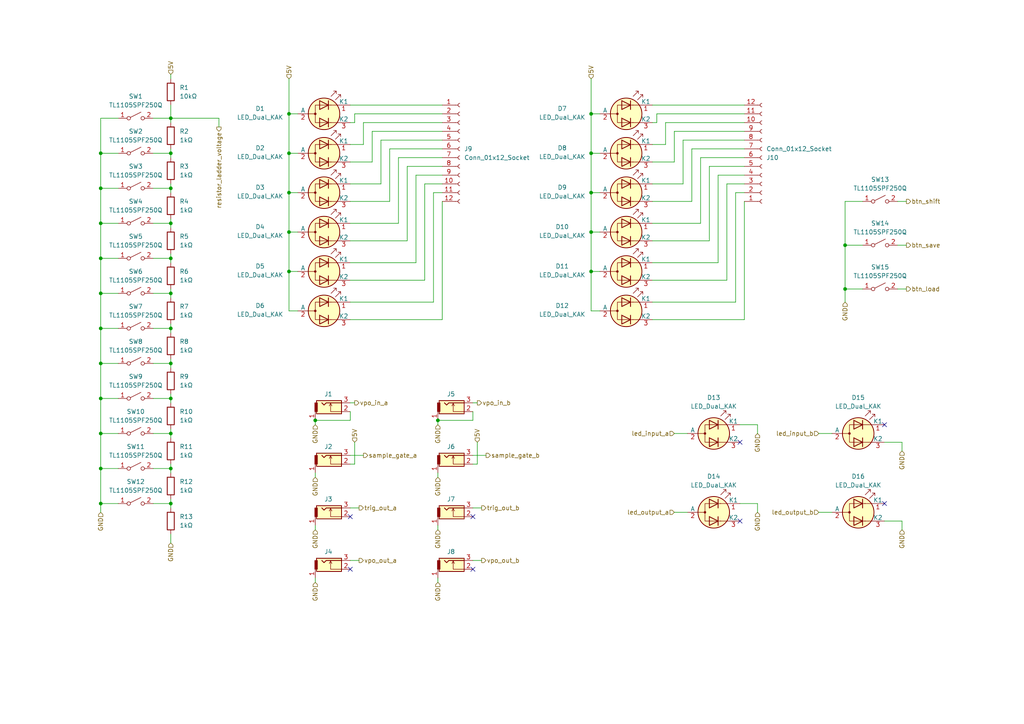
<source format=kicad_sch>
(kicad_sch (version 20231120) (generator "eeschema") (generator_version "8.0")
  (paper "A4")
  (title_block (title "Quantizer") (date "2024-12-18") (rev "v0.1") (company "Free Modular"))
  (lib_symbols
    (symbol "Connector:Conn_01x12_Socket" (pin_names (offset 1.016) hide)
      (property "Reference" "J" (at 0 15.24 0))
      (property "Value" "Conn_01x12_Socket" (at 0 -17.78 0))
      (symbol "Conn_01x12_Socket_1_1"
        (arc (start 0 -14.732) (mid -0.5058 -15.24) (end 0 -15.748) (stroke (width 0.1524)))
        (arc (start 0 -12.192) (mid -0.5058 -12.7) (end 0 -13.208) (stroke (width 0.1524)))
        (arc (start 0 -9.652) (mid -0.5058 -10.16) (end 0 -10.668) (stroke (width 0.1524)))
        (arc (start 0 -7.112) (mid -0.5058 -7.62) (end 0 -8.128) (stroke (width 0.1524)))
        (arc (start 0 -4.572) (mid -0.5058 -5.08) (end 0 -5.588) (stroke (width 0.1524)))
        (arc (start 0 -2.032) (mid -0.5058 -2.54) (end 0 -3.048) (stroke (width 0.1524)))
        (polyline (pts (xy -1.27 -15.24) (xy -0.508 -15.24)) (stroke (width 0.1524)))
        (polyline (pts (xy -1.27 -12.7) (xy -0.508 -12.7)) (stroke (width 0.1524)))
        (polyline (pts (xy -1.27 -10.16) (xy -0.508 -10.16)) (stroke (width 0.1524)))
        (polyline (pts (xy -1.27 -7.62) (xy -0.508 -7.62)) (stroke (width 0.1524)))
        (polyline (pts (xy -1.27 -5.08) (xy -0.508 -5.08)) (stroke (width 0.1524)))
        (polyline (pts (xy -1.27 -2.54) (xy -0.508 -2.54)) (stroke (width 0.1524)))
        (polyline (pts (xy -1.27 0) (xy -0.508 0)) (stroke (width 0.1524)))
        (polyline (pts (xy -1.27 2.54) (xy -0.508 2.54)) (stroke (width 0.1524)))
        (polyline (pts (xy -1.27 5.08) (xy -0.508 5.08)) (stroke (width 0.1524)))
        (polyline (pts (xy -1.27 7.62) (xy -0.508 7.62)) (stroke (width 0.1524)))
        (polyline (pts (xy -1.27 10.16) (xy -0.508 10.16)) (stroke (width 0.1524)))
        (polyline (pts (xy -1.27 12.7) (xy -0.508 12.7)) (stroke (width 0.1524)))
        (arc (start 0 0.508) (mid -0.5058 0) (end 0 -0.508) (stroke (width 0.1524)))
        (arc (start 0 3.048) (mid -0.5058 2.54) (end 0 2.032) (stroke (width 0.1524)))
        (arc (start 0 5.588) (mid -0.5058 5.08) (end 0 4.572) (stroke (width 0.1524)))
        (arc (start 0 8.128) (mid -0.5058 7.62) (end 0 7.112) (stroke (width 0.1524)))
        (arc (start 0 10.668) (mid -0.5058 10.16) (end 0 9.652) (stroke (width 0.1524)))
        (arc (start 0 13.208) (mid -0.5058 12.7) (end 0 12.192) (stroke (width 0.1524)))
        (pin passive line (at -5.08 12.7 0) (length 3.81) (name "Pin_1") (number "1"))
        (pin passive line (at -5.08 -10.16 0) (length 3.81) (name "Pin_10") (number "10"))
        (pin passive line (at -5.08 -12.7 0) (length 3.81) (name "Pin_11") (number "11"))
        (pin passive line (at -5.08 -15.24 0) (length 3.81) (name "Pin_12") (number "12"))
        (pin passive line (at -5.08 10.16 0) (length 3.81) (name "Pin_2") (number "2"))
        (pin passive line (at -5.08 7.62 0) (length 3.81) (name "Pin_3") (number "3"))
        (pin passive line (at -5.08 5.08 0) (length 3.81) (name "Pin_4") (number "4"))
        (pin passive line (at -5.08 2.54 0) (length 3.81) (name "Pin_5") (number "5"))
        (pin passive line (at -5.08 0 0) (length 3.81) (name "Pin_6") (number "6"))
        (pin passive line (at -5.08 -2.54 0) (length 3.81) (name "Pin_7") (number "7"))
        (pin passive line (at -5.08 -5.08 0) (length 3.81) (name "Pin_8") (number "8"))
        (pin passive line (at -5.08 -7.62 0) (length 3.81) (name "Pin_9") (number "9"))
      )
    )
    (symbol "Device:LED_Dual_KAK" (pin_names (offset 0))
      (property "Reference" "D" (at 0 5.715 0))
      (property "Value" "LED_Dual_KAK" (at 0 -6.35 0))
      (symbol "LED_Dual_KAK_0_1"
        (circle (center -2.54 0) (radius 0.2794) (fill (type outline)))
        (polyline (pts (xy -4.572 0) (xy -2.54 0)))
        (polyline (pts (xy 1.27 -1.27) (xy 1.27 -3.81)) (stroke (width 0.254)))
        (polyline (pts (xy 1.27 3.81) (xy 1.27 1.27)) (stroke (width 0.254)))
        (polyline (pts (xy 3.81 -2.54) (xy 1.905 -2.54)))
        (polyline (pts (xy 3.81 2.54) (xy 1.905 2.54)))
        (polyline (pts (xy -1.27 -1.27) (xy -1.27 -3.81) (xy 1.27 -2.54) (xy -1.27 -1.27)) (stroke (width 0.254)))
        (polyline (pts (xy -1.27 3.81) (xy -1.27 1.27) (xy 1.27 2.54) (xy -1.27 3.81)) (stroke (width 0.254)))
        (polyline (pts (xy 2.032 2.54) (xy -2.54 2.54) (xy -2.54 -2.54) (xy 2.032 -2.54)))
        (polyline (pts (xy 2.032 5.08) (xy 3.556 6.604) (xy 2.794 6.604) (xy 3.556 6.604) (xy 3.556 5.842)))
        (polyline (pts (xy 3.302 4.064) (xy 4.826 5.588) (xy 4.064 5.588) (xy 4.826 5.588) (xy 4.826 4.826)))
        (circle (center 0 0) (radius 4.572) (stroke (width 0.254)) (fill (type background)))
      )
      (symbol "LED_Dual_KAK_1_1"
        (pin input line (at 7.62 2.54 180) (length 3.81) (name "K1") (number "1"))
        (pin input line (at -7.62 0 0) (length 3.048) (name "A") (number "2"))
        (pin input line (at 7.62 -2.54 180) (length 3.81) (name "K2") (number "3"))
      )
    )
    (symbol "Device:R" (pin_numbers hide) (pin_names (offset 0))
      (property "Reference" "R" (at 2.032 0 90))
      (property "Value" "R" (at 0 0 90))
      (symbol "R_0_1"
        (rectangle (start -1.016 -2.54) (end 1.016 2.54) (stroke (width 0.254)))
      )
      (symbol "R_1_1"
        (pin passive line (at 0 3.81 270) (length 1.27) (name "~") (number "1"))
        (pin passive line (at 0 -3.81 90) (length 1.27) (name "~") (number "2"))
      )
    )
    (symbol "FreeModular:THONKICONN" (pin_names (offset 1.016))
      (property "Reference" "J" (at -1.27 4.445 0))
      (symbol "THONKICONN_0_1"
        (rectangle (start -4.699 3.175) (end 2.54 -0.635) (stroke (width 0.254)) (fill (type background)))
        (rectangle (start -4.445 0) (end -5.207 2.54) (fill (type outline)))
        (polyline (pts (xy -0.635 2.413) (xy -0.254 1.651)))
        (polyline (pts (xy 2.54 0) (xy -0.635 0) (xy -0.635 2.413) (xy -1.016 1.651)))
        (polyline (pts (xy 2.54 2.54) (xy -1.905 2.54) (xy -2.54 1.905) (xy -3.175 2.54)) (stroke (width 0.254)))
      )
      (symbol "THONKICONN_1_1"
        (pin passive line (at -5.08 -2.54 90) (length 2.54) (name "~") (number "1"))
        (pin passive line (at 5.08 0 180) (length 2.54) (name "~") (number "2"))
        (pin passive line (at 5.08 2.54 180) (length 2.54) (name "~") (number "3"))
      )
    )
    (symbol "Switch:SW_SPST" (pin_names (offset 0) hide)
      (property "Reference" "SW" (at 0 3.175 0))
      (property "Value" "SW_SPST" (at 0 -2.54 0))
      (symbol "SW_SPST_0_0"
        (circle (center -2.032 0) (radius 0.508))
        (polyline (pts (xy -1.524 0.254) (xy 1.524 1.778)))
        (circle (center 2.032 0) (radius 0.508))
      )
      (symbol "SW_SPST_1_1"
        (pin passive line (at -5.08 0 0) (length 2.54) (name "A") (number "1"))
        (pin passive line (at 5.08 0 180) (length 2.54) (name "B") (number "2"))
      )
    )
  )
  (junction (at 127 121.92))
  (junction (at 245.11 83.82))
  (junction (at 83.82 78.74))
  (junction (at 245.11 71.12))
  (junction (at 29.21 135.89))
  (junction (at 49.53 85.09))
  (junction (at 29.21 54.61))
  (junction (at 29.21 115.57))
  (junction (at 49.53 135.89))
  (junction (at 83.82 55.88))
  (junction (at 171.45 67.31))
  (junction (at 83.82 44.45))
  (junction (at 49.53 115.57))
  (junction (at 49.53 95.25))
  (junction (at 83.82 33.02))
  (junction (at 29.21 95.25))
  (junction (at 171.45 78.74))
  (junction (at 171.45 33.02))
  (junction (at 171.45 55.88))
  (junction (at 49.53 54.61))
  (junction (at 49.53 125.73))
  (junction (at 49.53 64.77))
  (junction (at 49.53 34.29))
  (junction (at 49.53 146.05))
  (junction (at 49.53 74.93))
  (junction (at 29.21 64.77))
  (junction (at 29.21 125.73))
  (junction (at 83.82 67.31))
  (junction (at 91.44 121.92))
  (junction (at 29.21 74.93))
  (junction (at 29.21 105.41))
  (junction (at 29.21 44.45))
  (junction (at 49.53 105.41))
  (junction (at 29.21 85.09))
  (junction (at 49.53 44.45))
  (junction (at 171.45 44.45))
  (junction (at 29.21 146.05))
  (no_connect (at 256.54 123.19))
  (no_connect (at 137.16 149.86))
  (no_connect (at 137.16 165.1))
  (no_connect (at 214.63 151.13))
  (no_connect (at 101.6 165.1))
  (no_connect (at 101.6 149.86))
  (no_connect (at 256.54 146.05))
  (no_connect (at 214.63 128.27))
  (wire (pts (xy 83.82 33.02) (xy 83.82 44.45)))
  (wire (pts (xy 215.9 92.71) (xy 215.9 58.42)))
  (wire (pts (xy 91.44 121.92) (xy 91.44 123.19)))
  (wire (pts (xy 214.63 123.19) (xy 219.71 123.19)))
  (wire (pts (xy 86.36 44.45) (xy 83.82 44.45)))
  (wire (pts (xy 49.53 93.98) (xy 49.53 95.25)))
  (wire (pts (xy 245.11 83.82) (xy 245.11 71.12)))
  (wire (pts (xy 49.53 115.57) (xy 44.45 115.57)))
  (wire (pts (xy 107.95 46.99) (xy 101.6 46.99)))
  (wire (pts (xy 208.28 50.8) (xy 215.9 50.8)))
  (wire (pts (xy 49.53 104.14) (xy 49.53 105.41)))
  (wire (pts (xy 49.53 54.61) (xy 49.53 55.88)))
  (wire (pts (xy 193.04 35.56) (xy 215.9 35.56)))
  (wire (pts (xy 104.14 162.56) (xy 101.6 162.56)))
  (wire (pts (xy 49.53 105.41) (xy 44.45 105.41)))
  (wire (pts (xy 120.65 50.8) (xy 128.27 50.8)))
  (wire (pts (xy 219.71 146.05) (xy 219.71 148.59)))
  (wire (pts (xy 86.36 90.17) (xy 83.82 90.17)))
  (wire (pts (xy 29.21 115.57) (xy 29.21 125.73)))
  (wire (pts (xy 29.21 105.41) (xy 34.29 105.41)))
  (wire (pts (xy 29.21 95.25) (xy 34.29 95.25)))
  (wire (pts (xy 29.21 54.61) (xy 34.29 54.61)))
  (wire (pts (xy 171.45 22.86) (xy 171.45 33.02)))
  (wire (pts (xy 125.73 87.63) (xy 101.6 87.63)))
  (wire (pts (xy 29.21 64.77) (xy 34.29 64.77)))
  (wire (pts (xy 101.6 69.85) (xy 118.11 69.85)))
  (wire (pts (xy 256.54 151.13) (xy 261.62 151.13)))
  (wire (pts (xy 29.21 74.93) (xy 34.29 74.93)))
  (wire (pts (xy 101.6 76.2) (xy 120.65 76.2)))
  (wire (pts (xy 261.62 151.13) (xy 261.62 153.67)))
  (wire (pts (xy 49.53 35.56) (xy 49.53 34.29)))
  (wire (pts (xy 195.58 46.99) (xy 189.23 46.99)))
  (wire (pts (xy 127 152.4) (xy 127 153.67)))
  (wire (pts (xy 49.53 44.45) (xy 44.45 44.45)))
  (wire (pts (xy 171.45 78.74) (xy 171.45 90.17)))
  (wire (pts (xy 29.21 34.29) (xy 29.21 44.45)))
  (wire (pts (xy 215.9 38.1) (xy 195.58 38.1)))
  (wire (pts (xy 91.44 152.4) (xy 91.44 153.67)))
  (wire (pts (xy 190.5 33.02) (xy 190.5 35.56)))
  (wire (pts (xy 195.58 125.73) (xy 199.39 125.73)))
  (wire (pts (xy 49.53 74.93) (xy 44.45 74.93)))
  (wire (pts (xy 101.6 41.91) (xy 105.41 41.91)))
  (wire (pts (xy 115.57 45.72) (xy 115.57 64.77)))
  (wire (pts (xy 189.23 53.34) (xy 198.12 53.34)))
  (wire (pts (xy 110.49 40.64) (xy 128.27 40.64)))
  (wire (pts (xy 138.43 128.27) (xy 138.43 134.62)))
  (wire (pts (xy 128.27 55.88) (xy 125.73 55.88)))
  (wire (pts (xy 49.53 144.78) (xy 49.53 146.05)))
  (wire (pts (xy 189.23 92.71) (xy 215.9 92.71)))
  (wire (pts (xy 49.53 30.48) (xy 49.53 34.29)))
  (wire (pts (xy 260.35 71.12) (xy 262.89 71.12)))
  (wire (pts (xy 49.53 154.94) (xy 49.53 157.48)))
  (wire (pts (xy 83.82 55.88) (xy 83.82 67.31)))
  (wire (pts (xy 49.53 146.05) (xy 49.53 147.32)))
  (wire (pts (xy 245.11 58.42) (xy 250.19 58.42)))
  (wire (pts (xy 215.9 45.72) (xy 203.2 45.72)))
  (wire (pts (xy 190.5 35.56) (xy 189.23 35.56)))
  (wire (pts (xy 215.9 53.34) (xy 210.82 53.34)))
  (wire (pts (xy 139.7 162.56) (xy 137.16 162.56)))
  (wire (pts (xy 128.27 43.18) (xy 113.03 43.18)))
  (wire (pts (xy 245.11 71.12) (xy 245.11 58.42)))
  (wire (pts (xy 105.41 132.08) (xy 101.6 132.08)))
  (wire (pts (xy 139.7 147.32) (xy 137.16 147.32)))
  (wire (pts (xy 29.21 115.57) (xy 34.29 115.57)))
  (wire (pts (xy 86.36 67.31) (xy 83.82 67.31)))
  (wire (pts (xy 128.27 33.02) (xy 102.87 33.02)))
  (wire (pts (xy 29.21 146.05) (xy 34.29 146.05)))
  (wire (pts (xy 215.9 43.18) (xy 200.66 43.18)))
  (wire (pts (xy 189.23 41.91) (xy 193.04 41.91)))
  (wire (pts (xy 138.43 116.84) (xy 137.16 116.84)))
  (wire (pts (xy 101.6 53.34) (xy 110.49 53.34)))
  (wire (pts (xy 102.87 35.56) (xy 101.6 35.56)))
  (wire (pts (xy 127 121.92) (xy 127 123.19)))
  (wire (pts (xy 101.6 30.48) (xy 128.27 30.48)))
  (wire (pts (xy 214.63 146.05) (xy 219.71 146.05)))
  (wire (pts (xy 49.53 44.45) (xy 49.53 45.72)))
  (wire (pts (xy 49.53 125.73) (xy 44.45 125.73)))
  (wire (pts (xy 189.23 30.48) (xy 215.9 30.48)))
  (wire (pts (xy 49.53 73.66) (xy 49.53 74.93)))
  (wire (pts (xy 101.6 134.62) (xy 102.87 134.62)))
  (wire (pts (xy 49.53 125.73) (xy 49.53 127)))
  (wire (pts (xy 86.36 78.74) (xy 83.82 78.74)))
  (wire (pts (xy 173.99 33.02) (xy 171.45 33.02)))
  (wire (pts (xy 173.99 44.45) (xy 171.45 44.45)))
  (wire (pts (xy 83.82 78.74) (xy 83.82 90.17)))
  (wire (pts (xy 110.49 53.34) (xy 110.49 40.64)))
  (wire (pts (xy 260.35 58.42) (xy 262.89 58.42)))
  (wire (pts (xy 105.41 35.56) (xy 128.27 35.56)))
  (wire (pts (xy 213.36 55.88) (xy 213.36 87.63)))
  (wire (pts (xy 49.53 64.77) (xy 49.53 66.04)))
  (wire (pts (xy 49.53 134.62) (xy 49.53 135.89)))
  (wire (pts (xy 210.82 53.34) (xy 210.82 81.28)))
  (wire (pts (xy 49.53 53.34) (xy 49.53 54.61)))
  (wire (pts (xy 29.21 135.89) (xy 29.21 146.05)))
  (wire (pts (xy 49.53 63.5) (xy 49.53 64.77)))
  (wire (pts (xy 104.14 147.32) (xy 101.6 147.32)))
  (wire (pts (xy 113.03 43.18) (xy 113.03 58.42)))
  (wire (pts (xy 171.45 67.31) (xy 171.45 78.74)))
  (wire (pts (xy 118.11 48.26) (xy 128.27 48.26)))
  (wire (pts (xy 200.66 58.42) (xy 189.23 58.42)))
  (wire (pts (xy 102.87 116.84) (xy 101.6 116.84)))
  (wire (pts (xy 49.53 95.25) (xy 44.45 95.25)))
  (wire (pts (xy 127 167.64) (xy 127 168.91)))
  (wire (pts (xy 29.21 85.09) (xy 29.21 95.25)))
  (wire (pts (xy 189.23 76.2) (xy 208.28 76.2)))
  (wire (pts (xy 205.74 69.85) (xy 205.74 48.26)))
  (wire (pts (xy 128.27 92.71) (xy 128.27 58.42)))
  (wire (pts (xy 210.82 81.28) (xy 189.23 81.28)))
  (wire (pts (xy 250.19 83.82) (xy 245.11 83.82)))
  (wire (pts (xy 219.71 123.19) (xy 219.71 125.73)))
  (wire (pts (xy 86.36 55.88) (xy 83.82 55.88)))
  (wire (pts (xy 137.16 119.38) (xy 137.16 121.92)))
  (wire (pts (xy 63.5 34.29) (xy 49.53 34.29)))
  (wire (pts (xy 245.11 83.82) (xy 245.11 87.63)))
  (wire (pts (xy 49.53 64.77) (xy 44.45 64.77)))
  (wire (pts (xy 86.36 33.02) (xy 83.82 33.02)))
  (wire (pts (xy 215.9 55.88) (xy 213.36 55.88)))
  (wire (pts (xy 63.5 36.83) (xy 63.5 34.29)))
  (wire (pts (xy 44.45 34.29) (xy 49.53 34.29)))
  (wire (pts (xy 260.35 83.82) (xy 262.89 83.82)))
  (wire (pts (xy 261.62 128.27) (xy 261.62 130.81)))
  (wire (pts (xy 49.53 85.09) (xy 44.45 85.09)))
  (wire (pts (xy 137.16 134.62) (xy 138.43 134.62)))
  (wire (pts (xy 49.53 124.46) (xy 49.53 125.73)))
  (wire (pts (xy 213.36 87.63) (xy 189.23 87.63)))
  (wire (pts (xy 127 137.16) (xy 127 138.43)))
  (wire (pts (xy 245.11 71.12) (xy 250.19 71.12)))
  (wire (pts (xy 83.82 44.45) (xy 83.82 55.88)))
  (wire (pts (xy 200.66 43.18) (xy 200.66 58.42)))
  (wire (pts (xy 140.97 132.08) (xy 137.16 132.08)))
  (wire (pts (xy 137.16 121.92) (xy 127 121.92)))
  (wire (pts (xy 29.21 125.73) (xy 29.21 135.89)))
  (wire (pts (xy 215.9 33.02) (xy 190.5 33.02)))
  (wire (pts (xy 49.53 54.61) (xy 44.45 54.61)))
  (wire (pts (xy 29.21 54.61) (xy 29.21 64.77)))
  (wire (pts (xy 29.21 135.89) (xy 34.29 135.89)))
  (wire (pts (xy 49.53 135.89) (xy 49.53 137.16)))
  (wire (pts (xy 128.27 45.72) (xy 115.57 45.72)))
  (wire (pts (xy 29.21 44.45) (xy 34.29 44.45)))
  (wire (pts (xy 237.49 125.73) (xy 241.3 125.73)))
  (wire (pts (xy 101.6 121.92) (xy 91.44 121.92)))
  (wire (pts (xy 29.21 95.25) (xy 29.21 105.41)))
  (wire (pts (xy 203.2 64.77) (xy 189.23 64.77)))
  (wire (pts (xy 29.21 44.45) (xy 29.21 54.61)))
  (wire (pts (xy 29.21 74.93) (xy 29.21 85.09)))
  (wire (pts (xy 49.53 43.18) (xy 49.53 44.45)))
  (wire (pts (xy 171.45 33.02) (xy 171.45 44.45)))
  (wire (pts (xy 49.53 95.25) (xy 49.53 96.52)))
  (wire (pts (xy 173.99 67.31) (xy 171.45 67.31)))
  (wire (pts (xy 195.58 38.1) (xy 195.58 46.99)))
  (wire (pts (xy 49.53 74.93) (xy 49.53 76.2)))
  (wire (pts (xy 49.53 135.89) (xy 44.45 135.89)))
  (wire (pts (xy 237.49 148.59) (xy 241.3 148.59)))
  (wire (pts (xy 256.54 128.27) (xy 261.62 128.27)))
  (wire (pts (xy 49.53 85.09) (xy 49.53 86.36)))
  (wire (pts (xy 91.44 137.16) (xy 91.44 138.43)))
  (wire (pts (xy 189.23 69.85) (xy 205.74 69.85)))
  (wire (pts (xy 49.53 146.05) (xy 44.45 146.05)))
  (wire (pts (xy 29.21 125.73) (xy 34.29 125.73)))
  (wire (pts (xy 113.03 58.42) (xy 101.6 58.42)))
  (wire (pts (xy 105.41 41.91) (xy 105.41 35.56)))
  (wire (pts (xy 102.87 128.27) (xy 102.87 134.62)))
  (wire (pts (xy 29.21 105.41) (xy 29.21 115.57)))
  (wire (pts (xy 29.21 34.29) (xy 34.29 34.29)))
  (wire (pts (xy 29.21 85.09) (xy 34.29 85.09)))
  (wire (pts (xy 83.82 67.31) (xy 83.82 78.74)))
  (wire (pts (xy 203.2 45.72) (xy 203.2 64.77)))
  (wire (pts (xy 120.65 76.2) (xy 120.65 50.8)))
  (wire (pts (xy 83.82 22.86) (xy 83.82 33.02)))
  (wire (pts (xy 123.19 53.34) (xy 123.19 81.28)))
  (wire (pts (xy 102.87 33.02) (xy 102.87 35.56)))
  (wire (pts (xy 198.12 53.34) (xy 198.12 40.64)))
  (wire (pts (xy 198.12 40.64) (xy 215.9 40.64)))
  (wire (pts (xy 171.45 44.45) (xy 171.45 55.88)))
  (wire (pts (xy 125.73 55.88) (xy 125.73 87.63)))
  (wire (pts (xy 118.11 69.85) (xy 118.11 48.26)))
  (wire (pts (xy 101.6 92.71) (xy 128.27 92.71)))
  (wire (pts (xy 173.99 55.88) (xy 171.45 55.88)))
  (wire (pts (xy 49.53 83.82) (xy 49.53 85.09)))
  (wire (pts (xy 128.27 53.34) (xy 123.19 53.34)))
  (wire (pts (xy 29.21 64.77) (xy 29.21 74.93)))
  (wire (pts (xy 205.74 48.26) (xy 215.9 48.26)))
  (wire (pts (xy 195.58 148.59) (xy 199.39 148.59)))
  (wire (pts (xy 29.21 146.05) (xy 29.21 148.59)))
  (wire (pts (xy 91.44 167.64) (xy 91.44 168.91)))
  (wire (pts (xy 107.95 38.1) (xy 107.95 46.99)))
  (wire (pts (xy 115.57 64.77) (xy 101.6 64.77)))
  (wire (pts (xy 123.19 81.28) (xy 101.6 81.28)))
  (wire (pts (xy 49.53 105.41) (xy 49.53 106.68)))
  (wire (pts (xy 49.53 115.57) (xy 49.53 116.84)))
  (wire (pts (xy 128.27 38.1) (xy 107.95 38.1)))
  (wire (pts (xy 171.45 55.88) (xy 171.45 67.31)))
  (wire (pts (xy 208.28 76.2) (xy 208.28 50.8)))
  (wire (pts (xy 49.53 114.3) (xy 49.53 115.57)))
  (wire (pts (xy 101.6 119.38) (xy 101.6 121.92)))
  (wire (pts (xy 173.99 78.74) (xy 171.45 78.74)))
  (wire (pts (xy 193.04 41.91) (xy 193.04 35.56)))
  (wire (pts (xy 49.53 21.59) (xy 49.53 22.86)))
  (wire (pts (xy 173.99 90.17) (xy 171.45 90.17)))
  (hierarchical_label "vpo_out_a" (shape output) (at 104.14 162.56 0))
  (hierarchical_label "vpo_in_a" (shape output) (at 102.87 116.84 0))
  (hierarchical_label "GND" (shape input) (at 49.53 157.48 270))
  (hierarchical_label "GND" (shape input) (at 245.11 87.63 270))
  (hierarchical_label "trig_out_a" (shape output) (at 104.14 147.32 0))
  (hierarchical_label "5V" (shape input) (at 102.87 128.27 90))
  (hierarchical_label "GND" (shape input) (at 261.62 130.81 270))
  (hierarchical_label "led_output_a" (shape input) (at 195.58 148.59 180))
  (hierarchical_label "GND" (shape input) (at 91.44 138.43 270))
  (hierarchical_label "led_output_b" (shape input) (at 237.49 148.59 180))
  (hierarchical_label "resistor_ladder_voltage" (shape output) (at 63.5 36.83 270))
  (hierarchical_label "btn_load" (shape output) (at 262.89 83.82 0))
  (hierarchical_label "sample_gate_a" (shape output) (at 105.41 132.08 0))
  (hierarchical_label "led_input_b" (shape input) (at 237.49 125.73 180))
  (hierarchical_label "GND" (shape input) (at 261.62 153.67 270))
  (hierarchical_label "GND" (shape input) (at 127 168.91 270))
  (hierarchical_label "5V" (shape input) (at 138.43 128.27 90))
  (hierarchical_label "GND" (shape input) (at 127 138.43 270))
  (hierarchical_label "GND" (shape input) (at 91.44 153.67 270))
  (hierarchical_label "GND" (shape input) (at 219.71 148.59 270))
  (hierarchical_label "trig_out_b" (shape output) (at 139.7 147.32 0))
  (hierarchical_label "5V" (shape input) (at 83.82 22.86 90))
  (hierarchical_label "led_input_a" (shape input) (at 195.58 125.73 180))
  (hierarchical_label "vpo_out_b" (shape output) (at 139.7 162.56 0))
  (hierarchical_label "GND" (shape input) (at 91.44 168.91 270))
  (hierarchical_label "GND" (shape input) (at 127 123.19 270))
  (hierarchical_label "vpo_in_b" (shape output) (at 138.43 116.84 0))
  (hierarchical_label "5V" (shape input) (at 49.53 21.59 90))
  (hierarchical_label "GND" (shape input) (at 219.71 125.73 270))
  (hierarchical_label "5V" (shape input) (at 171.45 22.86 90))
  (hierarchical_label "sample_gate_b" (shape output) (at 140.97 132.08 0))
  (hierarchical_label "GND" (shape input) (at 91.44 123.19 270))
  (hierarchical_label "GND" (shape input) (at 127 153.67 270))
  (hierarchical_label "btn_shift" (shape output) (at 262.89 58.42 0))
  (hierarchical_label "btn_save" (shape output) (at 262.89 71.12 0))
  (hierarchical_label "GND" (shape input) (at 29.21 148.59 270))
  (symbol (lib_id "Device:R") (at 49.53 59.69 0) (unit 1)
    (property "Reference" "R4" (at 52.07 58.4199 0) (effects (justify left)))
    (property "Value" "1kΩ" (at 52.07 60.9599 0) (effects (justify left)))
    (property "Footprint" "Resistor_THT:R_Axial_DIN0207_L6.3mm_D2.5mm_P10.16mm_Horizontal" (effects (hide yes)))
    (property "Description" "Resistor" (effects (hide yes)))
  )
  (symbol (lib_id "Switch:SW_SPST") (at 39.37 95.25 0) (unit 1)
    (property "Reference" "SW7" (at 39.37 88.9 0))
    (property "Value" "TL1105SPF250Q" (at 39.37 91.44 0))
    (property "Footprint" "Button_Switch_THT:SW_PUSH_6mm_H13mm" (effects (hide yes)))
    (property "Description" "Single Pole Single Throw (SPST) switch" (effects (hide yes)))
  )
  (symbol (lib_id "FreeModular:THONKICONN") (at 132.08 134.62 0) (unit 1)
    (property "Reference" "J6" (at 130.81 129.54 0))
    (property "Value" "THONKICONN" (effects (hide yes)))
    (property "Footprint" "FreeModular:THONKICONN" (effects (hide yes)))
    (property "Description" "2-pin audio jack receptable (mono/TS connector) with switching contact" (effects (hide yes)))
  )
  (symbol (lib_id "Device:R") (at 49.53 130.81 0) (unit 1)
    (property "Reference" "R11" (at 52.07 129.5399 0) (effects (justify left)))
    (property "Value" "1kΩ" (at 52.07 132.0799 0) (effects (justify left)))
    (property "Footprint" "Resistor_THT:R_Axial_DIN0207_L6.3mm_D2.5mm_P10.16mm_Horizontal" (effects (hide yes)))
    (property "Description" "Resistor" (effects (hide yes)))
  )
  (symbol (lib_id "Device:R") (at 49.53 26.67 0) (unit 1)
    (property "Reference" "R1" (at 52.07 25.3999 0) (effects (justify left)))
    (property "Value" "10kΩ" (at 52.07 27.9399 0) (effects (justify left)))
    (property "Footprint" "Resistor_THT:R_Axial_DIN0207_L6.3mm_D2.5mm_P10.16mm_Horizontal" (effects (hide yes)))
    (property "Description" "Resistor" (effects (hide yes)))
  )
  (symbol (lib_id "Device:R") (at 49.53 120.65 0) (unit 1)
    (property "Reference" "R10" (at 52.07 119.3799 0) (effects (justify left)))
    (property "Value" "1kΩ" (at 52.07 121.9199 0) (effects (justify left)))
    (property "Footprint" "Resistor_THT:R_Axial_DIN0207_L6.3mm_D2.5mm_P10.16mm_Horizontal" (effects (hide yes)))
    (property "Description" "Resistor" (effects (hide yes)))
  )
  (symbol (lib_id "Device:LED_Dual_KAK") (at 93.98 90.17 0) (unit 1)
    (property "Reference" "D6" (at 75.438 88.646 0))
    (property "Value" "LED_Dual_KAK" (at 75.438 91.186 0))
    (property "Footprint" "LED_THT:LED_D3.0mm-3" (effects (hide yes)))
    (property "Description" "Dual LED, common anode on pin 2" (effects (hide yes)))
  )
  (symbol (lib_id "Device:R") (at 49.53 80.01 0) (unit 1)
    (property "Reference" "R6" (at 52.07 78.7399 0) (effects (justify left)))
    (property "Value" "1kΩ" (at 52.07 81.2799 0) (effects (justify left)))
    (property "Footprint" "Resistor_THT:R_Axial_DIN0207_L6.3mm_D2.5mm_P10.16mm_Horizontal" (effects (hide yes)))
    (property "Description" "Resistor" (effects (hide yes)))
  )
  (symbol (lib_id "Device:R") (at 49.53 90.17 0) (unit 1)
    (property "Reference" "R7" (at 52.07 88.8999 0) (effects (justify left)))
    (property "Value" "1kΩ" (at 52.07 91.4399 0) (effects (justify left)))
    (property "Footprint" "Resistor_THT:R_Axial_DIN0207_L6.3mm_D2.5mm_P10.16mm_Horizontal" (effects (hide yes)))
    (property "Description" "Resistor" (effects (hide yes)))
  )
  (symbol (lib_id "Switch:SW_SPST") (at 255.27 71.12 0) (unit 1)
    (property "Reference" "SW14" (at 255.27 64.77 0))
    (property "Value" "TL1105SPF250Q" (at 255.27 67.31 0))
    (property "Footprint" "Button_Switch_THT:SW_PUSH_6mm_H13mm" (effects (hide yes)))
    (property "Description" "Single Pole Single Throw (SPST) switch" (effects (hide yes)))
  )
  (symbol (lib_id "Switch:SW_SPST") (at 39.37 54.61 0) (unit 1)
    (property "Reference" "SW3" (at 39.37 48.26 0))
    (property "Value" "TL1105SPF250Q" (at 39.37 50.8 0))
    (property "Footprint" "Button_Switch_THT:SW_PUSH_6mm_H13mm" (effects (hide yes)))
    (property "Description" "Single Pole Single Throw (SPST) switch" (effects (hide yes)))
  )
  (symbol (lib_id "Device:R") (at 49.53 39.37 0) (unit 1)
    (property "Reference" "R2" (at 52.07 38.0999 0) (effects (justify left)))
    (property "Value" "1kΩ" (at 52.07 40.6399 0) (effects (justify left)))
    (property "Footprint" "Resistor_THT:R_Axial_DIN0207_L6.3mm_D2.5mm_P10.16mm_Horizontal" (effects (hide yes)))
    (property "Description" "Resistor" (effects (hide yes)))
  )
  (symbol (lib_id "Device:LED_Dual_KAK") (at 181.61 67.31 0) (unit 1)
    (property "Reference" "D10" (at 163.068 65.786 0))
    (property "Value" "LED_Dual_KAK" (at 163.068 68.326 0))
    (property "Footprint" "LED_THT:LED_D3.0mm-3" (effects (hide yes)))
    (property "Description" "Dual LED, common anode on pin 2" (effects (hide yes)))
  )
  (symbol (lib_id "Device:R") (at 49.53 110.49 0) (unit 1)
    (property "Reference" "R9" (at 52.07 109.2199 0) (effects (justify left)))
    (property "Value" "1kΩ" (at 52.07 111.7599 0) (effects (justify left)))
    (property "Footprint" "Resistor_THT:R_Axial_DIN0207_L6.3mm_D2.5mm_P10.16mm_Horizontal" (effects (hide yes)))
    (property "Description" "Resistor" (effects (hide yes)))
  )
  (symbol (lib_id "Switch:SW_SPST") (at 39.37 85.09 0) (unit 1)
    (property "Reference" "SW6" (at 39.37 78.74 0))
    (property "Value" "TL1105SPF250Q" (at 39.37 81.28 0))
    (property "Footprint" "Button_Switch_THT:SW_PUSH_6mm_H13mm" (effects (hide yes)))
    (property "Description" "Single Pole Single Throw (SPST) switch" (effects (hide yes)))
  )
  (symbol (lib_id "Device:LED_Dual_KAK") (at 181.61 33.02 0) (unit 1)
    (property "Reference" "D7" (at 163.068 31.496 0))
    (property "Value" "LED_Dual_KAK" (at 163.068 34.036 0))
    (property "Footprint" "LED_THT:LED_D3.0mm-3" (effects (hide yes)))
    (property "Description" "Dual LED, common anode on pin 2" (effects (hide yes)))
  )
  (symbol (lib_id "Device:LED_Dual_KAK") (at 93.98 44.45 0) (unit 1)
    (property "Reference" "D2" (at 75.438 42.926 0))
    (property "Value" "LED_Dual_KAK" (at 75.438 45.466 0))
    (property "Footprint" "LED_THT:LED_D3.0mm-3" (effects (hide yes)))
    (property "Description" "Dual LED, common anode on pin 2" (effects (hide yes)))
  )
  (symbol (lib_id "Device:R") (at 49.53 49.53 0) (unit 1)
    (property "Reference" "R3" (at 52.07 48.2599 0) (effects (justify left)))
    (property "Value" "1kΩ" (at 52.07 50.7999 0) (effects (justify left)))
    (property "Footprint" "Resistor_THT:R_Axial_DIN0207_L6.3mm_D2.5mm_P10.16mm_Horizontal" (effects (hide yes)))
    (property "Description" "Resistor" (effects (hide yes)))
  )
  (symbol (lib_id "Connector:Conn_01x12_Socket") (at 220.98 45.72 0) (mirror x) (unit 1)
    (property "Reference" "J10" (at 222.25 45.7201 0) (effects (justify left)))
    (property "Value" "Conn_01x12_Socket" (at 222.25 43.1801 0) (effects (justify left)))
    (property "Footprint" "Connector_PinSocket_2.54mm:PinSocket_1x12_P2.54mm_Vertical" (effects (hide yes)))
    (property "Description" "Generic connector, single row, 01x12, script generated" (effects (hide yes)))
  )
  (symbol (lib_id "Switch:SW_SPST") (at 255.27 83.82 0) (unit 1)
    (property "Reference" "SW15" (at 255.27 77.47 0))
    (property "Value" "TL1105SPF250Q" (at 255.27 80.01 0))
    (property "Footprint" "Button_Switch_THT:SW_PUSH_6mm_H13mm" (effects (hide yes)))
    (property "Description" "Single Pole Single Throw (SPST) switch" (effects (hide yes)))
  )
  (symbol (lib_id "Device:LED_Dual_KAK") (at 93.98 78.74 0) (unit 1)
    (property "Reference" "D5" (at 75.438 77.216 0))
    (property "Value" "LED_Dual_KAK" (at 75.438 79.756 0))
    (property "Footprint" "LED_THT:LED_D3.0mm-3" (effects (hide yes)))
    (property "Description" "Dual LED, common anode on pin 2" (effects (hide yes)))
  )
  (symbol (lib_id "Switch:SW_SPST") (at 39.37 64.77 0) (unit 1)
    (property "Reference" "SW4" (at 39.37 58.42 0))
    (property "Value" "TL1105SPF250Q" (at 39.37 60.96 0))
    (property "Footprint" "Button_Switch_THT:SW_PUSH_6mm_H13mm" (effects (hide yes)))
    (property "Description" "Single Pole Single Throw (SPST) switch" (effects (hide yes)))
  )
  (symbol (lib_id "FreeModular:THONKICONN") (at 132.08 149.86 0) (unit 1)
    (property "Reference" "J7" (at 130.81 144.78 0))
    (property "Value" "THONKICONN" (effects (hide yes)))
    (property "Footprint" "FreeModular:THONKICONN" (effects (hide yes)))
    (property "Description" "2-pin audio jack receptable (mono/TS connector) with switching contact" (effects (hide yes)))
  )
  (symbol (lib_id "Device:LED_Dual_KAK") (at 248.92 125.73 0) (unit 1)
    (property "Reference" "D15" (at 248.92 115.316 0))
    (property "Value" "LED_Dual_KAK" (at 248.92 117.856 0))
    (property "Footprint" "LED_THT:LED_D3.0mm-3" (effects (hide yes)))
    (property "Description" "Dual LED, common anode on pin 2" (effects (hide yes)))
  )
  (symbol (lib_id "FreeModular:THONKICONN") (at 96.52 149.86 0) (unit 1)
    (property "Reference" "J3" (at 95.25 144.78 0))
    (property "Value" "THONKICONN" (effects (hide yes)))
    (property "Footprint" "FreeModular:THONKICONN" (effects (hide yes)))
    (property "Description" "2-pin audio jack receptable (mono/TS connector) with switching contact" (effects (hide yes)))
  )
  (symbol (lib_id "FreeModular:THONKICONN") (at 132.08 165.1 0) (unit 1)
    (property "Reference" "J8" (at 130.81 160.02 0))
    (property "Value" "THONKICONN" (effects (hide yes)))
    (property "Footprint" "FreeModular:THONKICONN" (effects (hide yes)))
    (property "Description" "2-pin audio jack receptable (mono/TS connector) with switching contact" (effects (hide yes)))
  )
  (symbol (lib_id "FreeModular:THONKICONN") (at 132.08 119.38 0) (unit 1)
    (property "Reference" "J5" (at 130.81 114.3 0))
    (property "Value" "THONKICONN" (effects (hide yes)))
    (property "Footprint" "FreeModular:THONKICONN" (effects (hide yes)))
    (property "Description" "2-pin audio jack receptable (mono/TS connector) with switching contact" (effects (hide yes)))
  )
  (symbol (lib_id "Switch:SW_SPST") (at 39.37 115.57 0) (unit 1)
    (property "Reference" "SW9" (at 39.37 109.22 0))
    (property "Value" "TL1105SPF250Q" (at 39.37 111.76 0))
    (property "Footprint" "Button_Switch_THT:SW_PUSH_6mm_H13mm" (effects (hide yes)))
    (property "Description" "Single Pole Single Throw (SPST) switch" (effects (hide yes)))
  )
  (symbol (lib_id "Switch:SW_SPST") (at 39.37 44.45 0) (unit 1)
    (property "Reference" "SW2" (at 39.37 38.1 0))
    (property "Value" "TL1105SPF250Q" (at 39.37 40.64 0))
    (property "Footprint" "Button_Switch_THT:SW_PUSH_6mm_H13mm" (effects (hide yes)))
    (property "Description" "Single Pole Single Throw (SPST) switch" (effects (hide yes)))
  )
  (symbol (lib_id "Device:LED_Dual_KAK") (at 93.98 33.02 0) (unit 1)
    (property "Reference" "D1" (at 75.438 31.496 0))
    (property "Value" "LED_Dual_KAK" (at 75.438 34.036 0))
    (property "Footprint" "LED_THT:LED_D3.0mm-3" (effects (hide yes)))
    (property "Description" "Dual LED, common anode on pin 2" (effects (hide yes)))
  )
  (symbol (lib_id "Switch:SW_SPST") (at 39.37 34.29 0) (unit 1)
    (property "Reference" "SW1" (at 39.37 27.94 0))
    (property "Value" "TL1105SPF250Q" (at 39.37 30.48 0))
    (property "Footprint" "Button_Switch_THT:SW_PUSH_6mm_H13mm" (effects (hide yes)))
    (property "Description" "Single Pole Single Throw (SPST) switch" (effects (hide yes)))
  )
  (symbol (lib_id "Device:R") (at 49.53 140.97 0) (unit 1)
    (property "Reference" "R12" (at 52.07 139.6999 0) (effects (justify left)))
    (property "Value" "1kΩ" (at 52.07 142.2399 0) (effects (justify left)))
    (property "Footprint" "Resistor_THT:R_Axial_DIN0207_L6.3mm_D2.5mm_P10.16mm_Horizontal" (effects (hide yes)))
    (property "Description" "Resistor" (effects (hide yes)))
  )
  (symbol (lib_id "Device:LED_Dual_KAK") (at 93.98 67.31 0) (unit 1)
    (property "Reference" "D4" (at 75.438 65.786 0))
    (property "Value" "LED_Dual_KAK" (at 75.438 68.326 0))
    (property "Footprint" "LED_THT:LED_D3.0mm-3" (effects (hide yes)))
    (property "Description" "Dual LED, common anode on pin 2" (effects (hide yes)))
  )
  (symbol (lib_id "Device:R") (at 49.53 69.85 0) (unit 1)
    (property "Reference" "R5" (at 52.07 68.5799 0) (effects (justify left)))
    (property "Value" "1kΩ" (at 52.07 71.1199 0) (effects (justify left)))
    (property "Footprint" "Resistor_THT:R_Axial_DIN0207_L6.3mm_D2.5mm_P10.16mm_Horizontal" (effects (hide yes)))
    (property "Description" "Resistor" (effects (hide yes)))
  )
  (symbol (lib_id "Device:LED_Dual_KAK") (at 248.92 148.59 0) (unit 1)
    (property "Reference" "D16" (at 248.92 138.176 0))
    (property "Value" "LED_Dual_KAK" (at 248.92 140.716 0))
    (property "Footprint" "LED_THT:LED_D3.0mm-3" (effects (hide yes)))
    (property "Description" "Dual LED, common anode on pin 2" (effects (hide yes)))
  )
  (symbol (lib_id "Connector:Conn_01x12_Socket") (at 133.35 43.18 0) (unit 1)
    (property "Reference" "J9" (at 134.62 43.1799 0) (effects (justify left)))
    (property "Value" "Conn_01x12_Socket" (at 134.62 45.7199 0) (effects (justify left)))
    (property "Footprint" "Connector_PinSocket_2.54mm:PinSocket_1x12_P2.54mm_Vertical" (effects (hide yes)))
    (property "Description" "Generic connector, single row, 01x12, script generated" (effects (hide yes)))
  )
  (symbol (lib_id "FreeModular:THONKICONN") (at 96.52 134.62 0) (unit 1)
    (property "Reference" "J2" (at 95.25 129.54 0))
    (property "Value" "THONKICONN" (effects (hide yes)))
    (property "Footprint" "FreeModular:THONKICONN" (effects (hide yes)))
    (property "Description" "2-pin audio jack receptable (mono/TS connector) with switching contact" (effects (hide yes)))
  )
  (symbol (lib_id "Device:LED_Dual_KAK") (at 181.61 55.88 0) (unit 1)
    (property "Reference" "D9" (at 163.068 54.356 0))
    (property "Value" "LED_Dual_KAK" (at 163.068 56.896 0))
    (property "Footprint" "LED_THT:LED_D3.0mm-3" (effects (hide yes)))
    (property "Description" "Dual LED, common anode on pin 2" (effects (hide yes)))
  )
  (symbol (lib_id "Device:R") (at 49.53 100.33 0) (unit 1)
    (property "Reference" "R8" (at 52.07 99.0599 0) (effects (justify left)))
    (property "Value" "1kΩ" (at 52.07 101.5999 0) (effects (justify left)))
    (property "Footprint" "Resistor_THT:R_Axial_DIN0207_L6.3mm_D2.5mm_P10.16mm_Horizontal" (effects (hide yes)))
    (property "Description" "Resistor" (effects (hide yes)))
  )
  (symbol (lib_id "Switch:SW_SPST") (at 39.37 135.89 0) (unit 1)
    (property "Reference" "SW11" (at 39.37 129.54 0))
    (property "Value" "TL1105SPF250Q" (at 39.37 132.08 0))
    (property "Footprint" "Button_Switch_THT:SW_PUSH_6mm_H13mm" (effects (hide yes)))
    (property "Description" "Single Pole Single Throw (SPST) switch" (effects (hide yes)))
  )
  (symbol (lib_id "Device:LED_Dual_KAK") (at 207.01 148.59 0) (unit 1)
    (property "Reference" "D14" (at 207.01 138.176 0))
    (property "Value" "LED_Dual_KAK" (at 207.01 140.716 0))
    (property "Footprint" "LED_THT:LED_D3.0mm-3" (effects (hide yes)))
    (property "Description" "Dual LED, common anode on pin 2" (effects (hide yes)))
  )
  (symbol (lib_id "FreeModular:THONKICONN") (at 96.52 165.1 0) (unit 1)
    (property "Reference" "J4" (at 95.25 160.02 0))
    (property "Value" "THONKICONN" (effects (hide yes)))
    (property "Footprint" "FreeModular:THONKICONN" (effects (hide yes)))
    (property "Description" "2-pin audio jack receptable (mono/TS connector) with switching contact" (effects (hide yes)))
  )
  (symbol (lib_id "Switch:SW_SPST") (at 39.37 125.73 0) (unit 1)
    (property "Reference" "SW10" (at 39.37 119.38 0))
    (property "Value" "TL1105SPF250Q" (at 39.37 121.92 0))
    (property "Footprint" "Button_Switch_THT:SW_PUSH_6mm_H13mm" (effects (hide yes)))
    (property "Description" "Single Pole Single Throw (SPST) switch" (effects (hide yes)))
  )
  (symbol (lib_id "Device:LED_Dual_KAK") (at 93.98 55.88 0) (unit 1)
    (property "Reference" "D3" (at 75.438 54.356 0))
    (property "Value" "LED_Dual_KAK" (at 75.438 56.896 0))
    (property "Footprint" "LED_THT:LED_D3.0mm-3" (effects (hide yes)))
    (property "Description" "Dual LED, common anode on pin 2" (effects (hide yes)))
  )
  (symbol (lib_id "Switch:SW_SPST") (at 255.27 58.42 0) (unit 1)
    (property "Reference" "SW13" (at 255.27 52.07 0))
    (property "Value" "TL1105SPF250Q" (at 255.27 54.61 0))
    (property "Footprint" "Button_Switch_THT:SW_PUSH_6mm_H13mm" (effects (hide yes)))
    (property "Description" "Single Pole Single Throw (SPST) switch" (effects (hide yes)))
  )
  (symbol (lib_id "Device:LED_Dual_KAK") (at 207.01 125.73 0) (unit 1)
    (property "Reference" "D13" (at 207.01 115.316 0))
    (property "Value" "LED_Dual_KAK" (at 207.01 117.856 0))
    (property "Footprint" "LED_THT:LED_D3.0mm-3" (effects (hide yes)))
    (property "Description" "Dual LED, common anode on pin 2" (effects (hide yes)))
  )
  (symbol (lib_id "Device:LED_Dual_KAK") (at 181.61 90.17 0) (unit 1)
    (property "Reference" "D12" (at 163.068 88.646 0))
    (property "Value" "LED_Dual_KAK" (at 163.068 91.186 0))
    (property "Footprint" "LED_THT:LED_D3.0mm-3" (effects (hide yes)))
    (property "Description" "Dual LED, common anode on pin 2" (effects (hide yes)))
  )
  (symbol (lib_id "Switch:SW_SPST") (at 39.37 146.05 0) (unit 1)
    (property "Reference" "SW12" (at 39.37 139.7 0))
    (property "Value" "TL1105SPF250Q" (at 39.37 142.24 0))
    (property "Footprint" "Button_Switch_THT:SW_PUSH_6mm_H13mm" (effects (hide yes)))
    (property "Description" "Single Pole Single Throw (SPST) switch" (effects (hide yes)))
  )
  (symbol (lib_id "FreeModular:THONKICONN") (at 96.52 119.38 0) (unit 1)
    (property "Reference" "J1" (at 95.25 114.3 0))
    (property "Value" "THONKICONN" (effects (hide yes)))
    (property "Footprint" "FreeModular:THONKICONN" (effects (hide yes)))
    (property "Description" "2-pin audio jack receptable (mono/TS connector) with switching contact" (effects (hide yes)))
  )
  (symbol (lib_id "Switch:SW_SPST") (at 39.37 74.93 0) (unit 1)
    (property "Reference" "SW5" (at 39.37 68.58 0))
    (property "Value" "TL1105SPF250Q" (at 39.37 71.12 0))
    (property "Footprint" "Button_Switch_THT:SW_PUSH_6mm_H13mm" (effects (hide yes)))
    (property "Description" "Single Pole Single Throw (SPST) switch" (effects (hide yes)))
  )
  (symbol (lib_id "Device:LED_Dual_KAK") (at 181.61 78.74 0) (unit 1)
    (property "Reference" "D11" (at 163.068 77.216 0))
    (property "Value" "LED_Dual_KAK" (at 163.068 79.756 0))
    (property "Footprint" "LED_THT:LED_D3.0mm-3" (effects (hide yes)))
    (property "Description" "Dual LED, common anode on pin 2" (effects (hide yes)))
  )
  (symbol (lib_id "Switch:SW_SPST") (at 39.37 105.41 0) (unit 1)
    (property "Reference" "SW8" (at 39.37 99.06 0))
    (property "Value" "TL1105SPF250Q" (at 39.37 101.6 0))
    (property "Footprint" "Button_Switch_THT:SW_PUSH_6mm_H13mm" (effects (hide yes)))
    (property "Description" "Single Pole Single Throw (SPST) switch" (effects (hide yes)))
  )
  (symbol (lib_id "Device:R") (at 49.53 151.13 0) (unit 1)
    (property "Reference" "R13" (at 52.07 149.8599 0) (effects (justify left)))
    (property "Value" "1kΩ" (at 52.07 152.3999 0) (effects (justify left)))
    (property "Footprint" "Resistor_THT:R_Axial_DIN0207_L6.3mm_D2.5mm_P10.16mm_Horizontal" (effects (hide yes)))
    (property "Description" "Resistor" (effects (hide yes)))
  )
  (symbol (lib_id "Device:LED_Dual_KAK") (at 181.61 44.45 0) (unit 1)
    (property "Reference" "D8" (at 163.068 42.926 0))
    (property "Value" "LED_Dual_KAK" (at 163.068 45.466 0))
    (property "Footprint" "LED_THT:LED_D3.0mm-3" (effects (hide yes)))
    (property "Description" "Dual LED, common anode on pin 2" (effects (hide yes)))
  )
)
</source>
